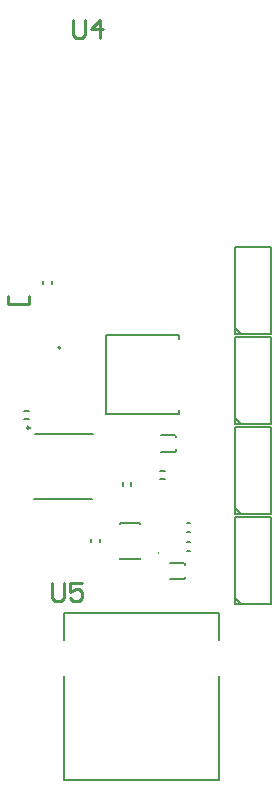
<source format=gto>
G04*
G04 #@! TF.GenerationSoftware,Altium Limited,Altium NEXUS,2.1.5 (53)*
G04*
G04 Layer_Color=65535*
%FSLAX44Y44*%
%MOMM*%
G71*
G01*
G75*
%ADD10C,0.2000*%
%ADD11C,0.2540*%
%ADD12C,0.1270*%
D10*
X65770Y362860D02*
G03*
X65770Y362860I-1000J0D01*
G01*
X149208Y189230D02*
G03*
X149208Y189230I-618J0D01*
G01*
X200120Y115230D02*
Y138230D01*
X69120D02*
X200120D01*
X69120Y115230D02*
Y138230D01*
X200120Y-2770D02*
Y85230D01*
X69120Y-2770D02*
X200120D01*
X69120D02*
Y85230D01*
X58420Y416560D02*
Y419100D01*
X50800Y416560D02*
Y419100D01*
X158750Y180990D02*
X170800D01*
X171450Y179070D02*
Y180340D01*
Y167640D02*
Y168910D01*
X158750Y166990D02*
X170800D01*
X171450Y167640D01*
X243840Y146050D02*
Y219710D01*
X213360Y146050D02*
Y219710D01*
Y146050D02*
X243840D01*
X213360Y151130D02*
X218440Y146050D01*
X213360Y151130D02*
Y153670D01*
Y219710D02*
X243840D01*
Y222250D02*
Y295910D01*
X213360Y222250D02*
Y295910D01*
Y222250D02*
X243840D01*
X213360Y227330D02*
X218440Y222250D01*
X213360Y227330D02*
Y229870D01*
Y295910D02*
X243840D01*
Y374650D02*
Y448310D01*
X213360Y374650D02*
Y448310D01*
Y374650D02*
X243840D01*
X213360Y379730D02*
X218440Y374650D01*
X213360Y379730D02*
Y382270D01*
Y448310D02*
X243840D01*
Y298450D02*
Y372110D01*
X213360Y298450D02*
Y372110D01*
Y298450D02*
X243840D01*
X213360Y303530D02*
X218440Y298450D01*
X213360Y303530D02*
Y306070D01*
Y372110D02*
X243840D01*
X151130Y288940D02*
X163180D01*
X163830Y287020D02*
Y288290D01*
Y275590D02*
Y276860D01*
X151130Y274940D02*
X163180D01*
X163830Y275590D01*
X150400Y251770D02*
X154400D01*
X150400Y258770D02*
X154400D01*
X43942Y289814D02*
X93218D01*
X43180Y235204D02*
X92456D01*
X91440Y198120D02*
Y200660D01*
X99060Y198120D02*
Y200660D01*
X172720Y190500D02*
X175260D01*
X172720Y198120D02*
X175260D01*
X125420Y245650D02*
Y249650D01*
X118420Y245650D02*
Y249650D01*
X34950Y309570D02*
X38950D01*
X34950Y302570D02*
X38950D01*
X172720Y214630D02*
X175260D01*
X172720Y207010D02*
X175260D01*
D11*
X39608Y295148D02*
G03*
X39608Y295148I-1000J0D01*
G01*
X38100Y400050D02*
X39370D01*
Y406400D01*
X21590Y400050D02*
X38100D01*
X21590D02*
Y406400D01*
X58801Y163952D02*
Y151256D01*
X61340Y148717D01*
X66418D01*
X68958Y151256D01*
Y163952D01*
X84193D02*
X74036D01*
Y156334D01*
X79114Y158874D01*
X81654D01*
X84193Y156334D01*
Y151256D01*
X81654Y148717D01*
X76575D01*
X74036Y151256D01*
X76327Y640075D02*
Y627379D01*
X78866Y624840D01*
X83945D01*
X86484Y627379D01*
Y640075D01*
X99180Y624840D02*
Y640075D01*
X91562Y632458D01*
X101719D01*
D12*
X166360Y306860D02*
Y310360D01*
Y370360D02*
Y373860D01*
X104360D02*
X166360D01*
X104360Y306860D02*
Y373860D01*
Y306860D02*
X166360D01*
X132960Y183890D02*
Y184890D01*
X115960Y183890D02*
Y184890D01*
Y213890D02*
Y214890D01*
X132960Y213890D02*
Y214890D01*
X115960D02*
X132960D01*
X115960Y183890D02*
X132960D01*
M02*

</source>
